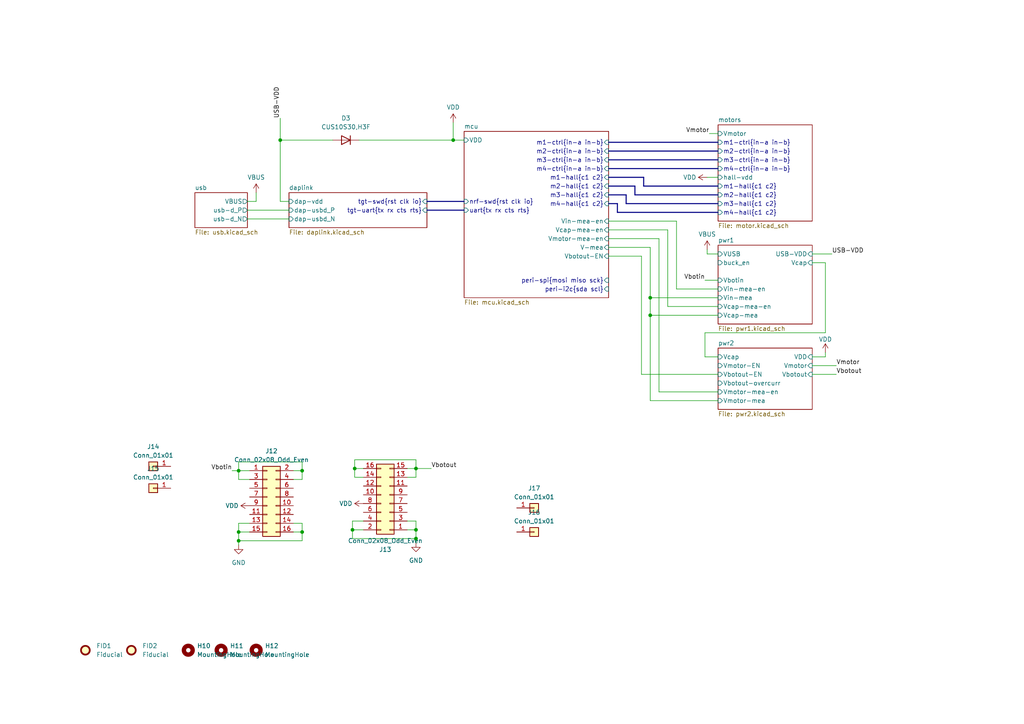
<source format=kicad_sch>
(kicad_sch (version 20230121) (generator eeschema)
  (paper "A4")
  (lib_symbols
    (symbol "Connector_Generic:Conn_01x01" (pin_names (offset 1.016) hide)
      (property "Reference" "J" (at 0 2.54 0))
      (property "Value" "Conn_01x01" (at 0 -2.54 0))
      (symbol "Conn_01x01_1_1"
        (rectangle (start -1.27 0.127) (end 0 -0.127) (stroke (width 0.1524)))
        (rectangle (start -1.27 1.27) (end 1.27 -1.27) (stroke (width 0.254)) (fill (type background)))
        (pin passive line (at -5.08 0 0) (length 3.81) (name "Pin_1") (number "1"))
      )
    )
    (symbol "Connector_Generic:Conn_02x08_Odd_Even" (pin_names (offset 1.016) hide)
      (property "Reference" "J" (at 1.27 10.16 0))
      (property "Value" "Conn_02x08_Odd_Even" (at 1.27 -12.7 0))
      (symbol "Conn_02x08_Odd_Even_1_1"
        (rectangle (start -1.27 -10.033) (end 0 -10.287) (stroke (width 0.1524)))
        (rectangle (start -1.27 -7.493) (end 0 -7.747) (stroke (width 0.1524)))
        (rectangle (start -1.27 -4.953) (end 0 -5.207) (stroke (width 0.1524)))
        (rectangle (start -1.27 -2.413) (end 0 -2.667) (stroke (width 0.1524)))
        (rectangle (start -1.27 0.127) (end 0 -0.127) (stroke (width 0.1524)))
        (rectangle (start -1.27 2.667) (end 0 2.413) (stroke (width 0.1524)))
        (rectangle (start -1.27 5.207) (end 0 4.953) (stroke (width 0.1524)))
        (rectangle (start -1.27 7.747) (end 0 7.493) (stroke (width 0.1524)))
        (rectangle (start -1.27 8.89) (end 3.81 -11.43) (stroke (width 0.254)) (fill (type background)))
        (rectangle (start 3.81 -10.033) (end 2.54 -10.287) (stroke (width 0.1524)))
        (rectangle (start 3.81 -7.493) (end 2.54 -7.747) (stroke (width 0.1524)))
        (rectangle (start 3.81 -4.953) (end 2.54 -5.207) (stroke (width 0.1524)))
        (rectangle (start 3.81 -2.413) (end 2.54 -2.667) (stroke (width 0.1524)))
        (rectangle (start 3.81 0.127) (end 2.54 -0.127) (stroke (width 0.1524)))
        (rectangle (start 3.81 2.667) (end 2.54 2.413) (stroke (width 0.1524)))
        (rectangle (start 3.81 5.207) (end 2.54 4.953) (stroke (width 0.1524)))
        (rectangle (start 3.81 7.747) (end 2.54 7.493) (stroke (width 0.1524)))
        (pin passive line (at -5.08 7.62 0) (length 3.81) (name "Pin_1") (number "1"))
        (pin passive line (at 7.62 -2.54 180) (length 3.81) (name "Pin_10") (number "10"))
        (pin passive line (at -5.08 -5.08 0) (length 3.81) (name "Pin_11") (number "11"))
        (pin passive line (at 7.62 -5.08 180) (length 3.81) (name "Pin_12") (number "12"))
        (pin passive line (at -5.08 -7.62 0) (length 3.81) (name "Pin_13") (number "13"))
        (pin passive line (at 7.62 -7.62 180) (length 3.81) (name "Pin_14") (number "14"))
        (pin passive line (at -5.08 -10.16 0) (length 3.81) (name "Pin_15") (number "15"))
        (pin passive line (at 7.62 -10.16 180) (length 3.81) (name "Pin_16") (number "16"))
        (pin passive line (at 7.62 7.62 180) (length 3.81) (name "Pin_2") (number "2"))
        (pin passive line (at -5.08 5.08 0) (length 3.81) (name "Pin_3") (number "3"))
        (pin passive line (at 7.62 5.08 180) (length 3.81) (name "Pin_4") (number "4"))
        (pin passive line (at -5.08 2.54 0) (length 3.81) (name "Pin_5") (number "5"))
        (pin passive line (at 7.62 2.54 180) (length 3.81) (name "Pin_6") (number "6"))
        (pin passive line (at -5.08 0 0) (length 3.81) (name "Pin_7") (number "7"))
        (pin passive line (at 7.62 0 180) (length 3.81) (name "Pin_8") (number "8"))
        (pin passive line (at -5.08 -2.54 0) (length 3.81) (name "Pin_9") (number "9"))
      )
    )
    (symbol "Diode:1N4148WS" (pin_numbers hide) (pin_names hide)
      (property "Reference" "D" (at 0 2.54 0))
      (property "Value" "1N4148WS" (at 0 -2.54 0))
      (symbol "1N4148WS_0_1"
        (polyline (pts (xy -1.27 1.27) (xy -1.27 -1.27)) (stroke (width 0.254)))
        (polyline (pts (xy 1.27 0) (xy -1.27 0)))
        (polyline (pts (xy 1.27 1.27) (xy 1.27 -1.27) (xy -1.27 0) (xy 1.27 1.27)) (stroke (width 0.254)))
      )
      (symbol "1N4148WS_1_1"
        (pin passive line (at -3.81 0 0) (length 2.54) (name "K") (number "1"))
        (pin passive line (at 3.81 0 180) (length 2.54) (name "A") (number "2"))
      )
    )
    (symbol "Mechanical:Fiducial"
      (property "Reference" "FID" (at 0 5.08 0))
      (property "Value" "Fiducial" (at 0 3.175 0))
      (symbol "Fiducial_0_1"
        (circle (center 0 0) (radius 1.27) (stroke (width 0.508)) (fill (type background)))
      )
    )
    (symbol "Mechanical:MountingHole" (pin_names (offset 1.016))
      (property "Reference" "H" (at 0 5.08 0))
      (property "Value" "MountingHole" (at 0 3.175 0))
      (symbol "MountingHole_0_1"
        (circle (center 0 0) (radius 1.27) (stroke (width 1.27)))
      )
    )
    (symbol "power:GND" (power) (pin_names (offset 0))
      (property "Value" "GND" (at 0 -3.81 0))
      (symbol "GND_0_1"
        (polyline (pts (xy 0 0) (xy 0 -1.27) (xy 1.27 -1.27) (xy 0 -2.54) (xy -1.27 -1.27) (xy 0 -1.27)))
      )
      (symbol "GND_1_1"
        (pin power_in line (at 0 0 270) (length 0) hide (name "GND") (number "1"))
      )
    )
    (symbol "power:VBUS" (power) (pin_names (offset 0))
      (property "Value" "VBUS" (at 0 3.81 0))
      (symbol "VBUS_0_1"
        (polyline (pts (xy -0.762 1.27) (xy 0 2.54)))
        (polyline (pts (xy 0 0) (xy 0 2.54)))
        (polyline (pts (xy 0 2.54) (xy 0.762 1.27)))
      )
      (symbol "VBUS_1_1"
        (pin power_in line (at 0 0 90) (length 0) hide (name "VBUS") (number "1"))
      )
    )
    (symbol "power:VDD" (power) (pin_names (offset 0))
      (property "Value" "VDD" (at 0 3.81 0))
      (symbol "VDD_0_1"
        (polyline (pts (xy -0.762 1.27) (xy 0 2.54)))
        (polyline (pts (xy 0 0) (xy 0 2.54)))
        (polyline (pts (xy 0 2.54) (xy 0.762 1.27)))
      )
      (symbol "VDD_1_1"
        (pin power_in line (at 0 0 90) (length 0) hide (name "VDD") (number "1"))
      )
    )
  )
  (junction (at 188.595 86.36))
  (junction (at 87.63 154.305))
  (junction (at 87.63 136.525))
  (junction (at 102.87 135.89))
  (junction (at 131.445 40.64))
  (junction (at 69.215 136.525))
  (junction (at 120.65 156.21))
  (junction (at 81.28 40.64))
  (junction (at 102.235 153.67))
  (junction (at 69.215 154.305))
  (junction (at 188.595 91.44))
  (junction (at 120.65 135.89))
  (junction (at 120.65 153.67))
  (junction (at 69.215 156.845))
  (wire (pts (xy 188.595 116.205) (xy 188.595 91.44)))
  (bus (pts (xy 176.53 53.975) (xy 184.15 53.975)))
  (wire (pts (xy 69.215 133.985) (xy 69.215 136.525)))
  (wire (pts (xy 118.11 153.67) (xy 120.65 153.67)))
  (wire (pts (xy 208.28 51.435) (xy 205.105 51.435)))
  (wire (pts (xy 176.53 74.295) (xy 186.055 74.295)))
  (wire (pts (xy 134.62 40.64) (xy 131.445 40.64)))
  (wire (pts (xy 120.65 138.43) (xy 120.65 135.89)))
  (wire (pts (xy 69.215 154.305) (xy 69.215 156.845)))
  (wire (pts (xy 81.28 40.64) (xy 96.52 40.64)))
  (wire (pts (xy 102.87 135.89) (xy 102.87 133.35)))
  (wire (pts (xy 186.055 108.585) (xy 208.28 108.585)))
  (bus (pts (xy 179.07 61.595) (xy 208.28 61.595)))
  (wire (pts (xy 196.215 83.82) (xy 208.28 83.82)))
  (wire (pts (xy 102.235 153.67) (xy 105.41 153.67)))
  (wire (pts (xy 188.595 86.36) (xy 208.28 86.36)))
  (wire (pts (xy 208.28 116.205) (xy 188.595 116.205)))
  (wire (pts (xy 196.215 64.135) (xy 196.215 83.82)))
  (wire (pts (xy 85.09 151.765) (xy 87.63 151.765)))
  (wire (pts (xy 102.235 153.67) (xy 102.235 156.21)))
  (bus (pts (xy 186.69 53.975) (xy 208.28 53.975)))
  (wire (pts (xy 204.47 103.505) (xy 208.28 103.505)))
  (bus (pts (xy 176.53 56.515) (xy 181.61 56.515)))
  (bus (pts (xy 176.53 51.435) (xy 186.69 51.435)))
  (wire (pts (xy 120.65 133.35) (xy 120.65 135.89)))
  (bus (pts (xy 176.53 41.275) (xy 208.28 41.275)))
  (bus (pts (xy 123.825 60.96) (xy 134.62 60.96)))
  (wire (pts (xy 239.395 103.505) (xy 235.585 103.505)))
  (wire (pts (xy 239.395 96.52) (xy 204.47 96.52)))
  (wire (pts (xy 176.53 71.755) (xy 188.595 71.755)))
  (wire (pts (xy 188.595 71.755) (xy 188.595 86.36)))
  (wire (pts (xy 81.28 40.64) (xy 81.28 58.42)))
  (wire (pts (xy 120.65 153.67) (xy 120.65 156.21)))
  (wire (pts (xy 102.87 133.35) (xy 120.65 133.35)))
  (wire (pts (xy 239.395 102.235) (xy 239.395 103.505)))
  (wire (pts (xy 204.47 96.52) (xy 204.47 103.505)))
  (wire (pts (xy 69.215 139.065) (xy 69.215 136.525)))
  (wire (pts (xy 85.09 136.525) (xy 87.63 136.525)))
  (wire (pts (xy 87.63 151.765) (xy 87.63 154.305)))
  (wire (pts (xy 208.28 91.44) (xy 188.595 91.44)))
  (wire (pts (xy 74.295 55.88) (xy 74.295 58.42)))
  (wire (pts (xy 72.39 151.765) (xy 69.215 151.765)))
  (wire (pts (xy 193.675 66.675) (xy 193.675 88.9)))
  (wire (pts (xy 208.28 73.66) (xy 205.105 73.66)))
  (wire (pts (xy 118.11 138.43) (xy 120.65 138.43)))
  (wire (pts (xy 120.65 135.89) (xy 125.095 135.89)))
  (wire (pts (xy 235.585 73.66) (xy 241.3 73.66)))
  (wire (pts (xy 120.65 151.13) (xy 120.65 153.67)))
  (wire (pts (xy 176.53 66.675) (xy 193.675 66.675)))
  (wire (pts (xy 87.63 133.985) (xy 69.215 133.985)))
  (wire (pts (xy 235.585 106.045) (xy 242.57 106.045)))
  (wire (pts (xy 69.215 136.525) (xy 67.31 136.525)))
  (wire (pts (xy 176.53 69.215) (xy 191.135 69.215)))
  (wire (pts (xy 102.87 138.43) (xy 102.87 135.89)))
  (wire (pts (xy 120.65 156.21) (xy 120.65 157.48)))
  (wire (pts (xy 85.09 154.305) (xy 87.63 154.305)))
  (wire (pts (xy 188.595 91.44) (xy 188.595 86.36)))
  (wire (pts (xy 71.755 63.5) (xy 83.82 63.5)))
  (wire (pts (xy 87.63 156.845) (xy 69.215 156.845)))
  (wire (pts (xy 69.215 136.525) (xy 72.39 136.525)))
  (wire (pts (xy 105.41 151.13) (xy 102.235 151.13)))
  (wire (pts (xy 69.215 156.845) (xy 69.215 158.115)))
  (wire (pts (xy 120.65 156.21) (xy 102.235 156.21)))
  (wire (pts (xy 118.11 135.89) (xy 120.65 135.89)))
  (bus (pts (xy 186.69 51.435) (xy 186.69 53.975)))
  (wire (pts (xy 104.14 40.64) (xy 131.445 40.64)))
  (wire (pts (xy 131.445 35.56) (xy 131.445 40.64)))
  (wire (pts (xy 69.215 154.305) (xy 72.39 154.305)))
  (bus (pts (xy 176.53 46.355) (xy 208.28 46.355)))
  (wire (pts (xy 176.53 64.135) (xy 196.215 64.135)))
  (wire (pts (xy 105.41 135.89) (xy 102.87 135.89)))
  (wire (pts (xy 87.63 154.305) (xy 87.63 156.845)))
  (bus (pts (xy 176.53 48.895) (xy 208.28 48.895)))
  (wire (pts (xy 205.74 38.735) (xy 208.28 38.735)))
  (bus (pts (xy 181.61 59.055) (xy 208.28 59.055)))
  (wire (pts (xy 71.755 60.96) (xy 83.82 60.96)))
  (wire (pts (xy 72.39 139.065) (xy 69.215 139.065)))
  (bus (pts (xy 184.15 53.975) (xy 184.15 56.515)))
  (bus (pts (xy 184.15 56.515) (xy 208.28 56.515)))
  (wire (pts (xy 235.585 76.2) (xy 239.395 76.2)))
  (wire (pts (xy 186.055 74.295) (xy 186.055 108.585)))
  (wire (pts (xy 235.585 108.585) (xy 242.57 108.585)))
  (wire (pts (xy 239.395 76.2) (xy 239.395 96.52)))
  (wire (pts (xy 81.28 58.42) (xy 83.82 58.42)))
  (wire (pts (xy 208.28 81.28) (xy 204.47 81.28)))
  (wire (pts (xy 102.235 151.13) (xy 102.235 153.67)))
  (bus (pts (xy 123.825 58.42) (xy 134.62 58.42)))
  (wire (pts (xy 71.755 58.42) (xy 74.295 58.42)))
  (wire (pts (xy 105.41 138.43) (xy 102.87 138.43)))
  (wire (pts (xy 87.63 136.525) (xy 87.63 133.985)))
  (wire (pts (xy 191.135 113.665) (xy 208.28 113.665)))
  (wire (pts (xy 87.63 139.065) (xy 87.63 136.525)))
  (bus (pts (xy 176.53 59.055) (xy 179.07 59.055)))
  (wire (pts (xy 205.105 72.39) (xy 205.105 73.66)))
  (wire (pts (xy 118.11 151.13) (xy 120.65 151.13)))
  (wire (pts (xy 193.675 88.9) (xy 208.28 88.9)))
  (wire (pts (xy 85.09 139.065) (xy 87.63 139.065)))
  (bus (pts (xy 176.53 43.815) (xy 208.28 43.815)))
  (bus (pts (xy 179.07 59.055) (xy 179.07 61.595)))
  (wire (pts (xy 81.28 34.29) (xy 81.28 40.64)))
  (wire (pts (xy 69.215 151.765) (xy 69.215 154.305)))
  (bus (pts (xy 181.61 56.515) (xy 181.61 59.055)))
  (wire (pts (xy 191.135 69.215) (xy 191.135 113.665)))
  (label "USB-VDD" (at 81.28 34.29 90))
  (label "USB-VDD" (at 241.3 73.66 0))
  (label "Vmotor" (at 205.74 38.735 180))
  (label "Vbotin" (at 204.47 81.28 180))
  (label "Vbotin" (at 67.31 136.525 180))
  (label "Vbotout" (at 125.095 135.89 0))
  (label "Vmotor" (at 242.57 106.045 0))
  (label "Vbotout" (at 242.57 108.585 0))
  (symbol (lib_id "Mechanical:MountingHole") (at 74.295 188.595 0) (unit 1)
    (property "Reference" "H12" (at 76.835 187.325 0) (effects (justify left)))
    (property "Value" "MountingHole" (at 76.835 189.865 0) (effects (justify left)))
    (property "Footprint" "MountingHole:MountingHole_3.2mm_M3_ISO14580" (effects hide))
  )
  (symbol (lib_id "Connector_Generic:Conn_01x01") (at 154.94 154.305 0) (mirror x) (unit 1)
    (property "Reference" "J16" (at 154.94 148.59 0))
    (property "Value" "Conn_01x01" (at 154.94 151.13 0))
    (property "Footprint" "Fan-Connectors:M3-side-terminal-DZ-43" (effects hide))
  )
  (symbol (lib_id "Mechanical:Fiducial") (at 24.765 188.595 0) (unit 1)
    (property "Reference" "FID1" (at 27.94 187.325 0) (effects (justify left)))
    (property "Value" "Fiducial" (at 27.94 189.865 0) (effects (justify left)))
    (property "Footprint" "Fiducial:Fiducial_1mm_Mask2mm" (effects hide))
  )
  (symbol (lib_id "Connector_Generic:Conn_01x01") (at 44.45 141.605 180) (unit 1)
    (property "Reference" "J15" (at 44.45 135.89 0))
    (property "Value" "Conn_01x01" (at 44.45 138.43 0))
    (property "Footprint" "Fan-Connectors:M3-side-terminal-DZ-43" (effects hide))
  )
  (symbol (lib_id "Diode:1N4148WS") (at 100.33 40.64 180) (unit 1)
    (property "Reference" "D3" (at 100.33 34.29 0))
    (property "Value" "CUS10S30,H3F" (at 100.33 36.83 0))
    (property "Footprint" "Diode_SMD:D_SOD-323" (effects hide))
    (property "Datasheet" "https://www.vishay.com/docs/85751/1n4148ws.pdf" (effects hide))
    (property "Sim.Device" "D" (effects hide))
    (property "Sim.Pins" "1=K 2=A" (effects hide))
  )
  (symbol (lib_id "Connector_Generic:Conn_01x01") (at 154.94 147.32 0) (mirror x) (unit 1)
    (property "Reference" "J17" (at 154.94 141.605 0))
    (property "Value" "Conn_01x01" (at 154.94 144.145 0))
    (property "Footprint" "Fan-Connectors:M3-side-terminal-DZ-32" (effects hide))
  )
  (symbol (lib_id "Connector_Generic:Conn_02x08_Odd_Even") (at 113.03 146.05 180) (unit 1)
    (property "Reference" "J13" (at 111.76 159.385 0))
    (property "Value" "Conn_02x08_Odd_Even" (at 111.76 156.845 0))
    (property "Footprint" "Connector_PinHeader_2.54mm:PinHeader_2x08_P2.54mm_Horizontal" (effects hide))
  )
  (symbol (lib_id "Mechanical:MountingHole") (at 54.61 188.595 0) (unit 1)
    (property "Reference" "H10" (at 57.15 187.325 0) (effects (justify left)))
    (property "Value" "MountingHole" (at 57.15 189.865 0) (effects (justify left)))
    (property "Footprint" "MountingHole:MountingHole_3.2mm_M3_ISO14580" (effects hide))
  )
  (symbol (lib_id "power:VDD") (at 72.39 146.685 90) (unit 1)
    (property "Reference" "#PWR0107" (effects hide))
    (property "Value" "VDD" (at 69.215 146.685 90) (effects (justify left)))
  )
  (symbol (lib_id "power:VDD") (at 205.105 51.435 90) (unit 1)
    (property "Reference" "#PWR076" (effects hide))
    (property "Value" "VDD" (at 198.12 51.435 90) (effects (justify right)))
  )
  (symbol (lib_id "power:VDD") (at 131.445 35.56 0) (unit 1)
    (property "Reference" "#PWR075" (effects hide))
    (property "Value" "VDD" (at 131.445 31.115 0))
  )
  (symbol (lib_id "Connector_Generic:Conn_02x08_Odd_Even") (at 77.47 144.145 0) (unit 1)
    (property "Reference" "J12" (at 78.74 130.81 0))
    (property "Value" "Conn_02x08_Odd_Even" (at 78.74 133.35 0))
    (property "Footprint" "Connector_PinHeader_2.54mm:PinHeader_2x08_P2.54mm_Horizontal" (effects hide))
  )
  (symbol (lib_id "power:GND") (at 69.215 158.115 0) (unit 1)
    (property "Reference" "#PWR0105" (effects hide))
    (property "Value" "GND" (at 69.215 163.195 0))
  )
  (symbol (lib_id "power:VBUS") (at 205.105 72.39 0) (unit 1)
    (property "Reference" "#PWR077" (effects hide))
    (property "Value" "VBUS" (at 205.105 67.945 0))
  )
  (symbol (lib_id "power:VBUS") (at 74.295 55.88 0) (unit 1)
    (property "Reference" "#PWR074" (effects hide))
    (property "Value" "VBUS" (at 74.295 51.435 0))
  )
  (symbol (lib_id "Connector_Generic:Conn_01x01") (at 44.45 135.255 180) (unit 1)
    (property "Reference" "J14" (at 44.45 129.54 0))
    (property "Value" "Conn_01x01" (at 44.45 132.08 0))
    (property "Footprint" "Fan-Connectors:M3-side-terminal-DZ-32" (effects hide))
  )
  (symbol (lib_id "power:VDD") (at 239.395 102.235 0) (unit 1)
    (property "Reference" "#PWR042" (effects hide))
    (property "Value" "VDD" (at 239.395 98.425 0))
  )
  (symbol (lib_id "Mechanical:Fiducial") (at 38.1 188.595 0) (unit 1)
    (property "Reference" "FID2" (at 41.275 187.325 0) (effects (justify left)))
    (property "Value" "Fiducial" (at 41.275 189.865 0) (effects (justify left)))
    (property "Footprint" "Fiducial:Fiducial_1mm_Mask2mm" (effects hide))
  )
  (symbol (lib_id "power:VDD") (at 105.41 146.05 90) (unit 1)
    (property "Reference" "#PWR072" (effects hide))
    (property "Value" "VDD" (at 102.235 146.05 90) (effects (justify left)))
  )
  (symbol (lib_id "Mechanical:MountingHole") (at 64.135 188.595 0) (unit 1)
    (property "Reference" "H11" (at 66.675 187.325 0) (effects (justify left)))
    (property "Value" "MountingHole" (at 66.675 189.865 0) (effects (justify left)))
    (property "Footprint" "MountingHole:MountingHole_3.2mm_M3_ISO14580" (effects hide))
  )
  (symbol (lib_id "power:GND") (at 120.65 157.48 0) (unit 1)
    (property "Reference" "#PWR0106" (effects hide))
    (property "Value" "GND" (at 120.65 162.56 0))
  )
  (sheet (at 134.62 38.1) (size 41.91 48.26) (stroke (width 0.1524))
    (property "Sheetname" "mcu" (at 134.62 37.3884 0) (effects (justify left bottom)))
    (property "Sheetfile" "mcu.kicad_sch" (at 134.62 86.9446 0) (effects (justify left top)))
    (pin "VDD" input (at 134.62 40.64 180))
    (pin "nrf-swd{rst clk io}" input (at 134.62 58.42 180))
    (pin "uart{tx rx cts rts}" input (at 134.62 60.96 180))
    (pin "m2-ctrl{in-a in-b}" input (at 176.53 43.815 0))
    (pin "m3-ctrl{in-a in-b}" input (at 176.53 46.355 0))
    (pin "m1-ctrl{in-a in-b}" input (at 176.53 41.275 0))
    (pin "m4-ctrl{in-a in-b}" input (at 176.53 48.895 0))
    (pin "m1-hall{c1 c2}" input (at 176.53 51.435 0))
    (pin "m3-hall{c1 c2}" input (at 176.53 56.515 0))
    (pin "m2-hall{c1 c2}" input (at 176.53 53.975 0))
    (pin "m4-hall{c1 c2}" input (at 176.53 59.055 0))
    (pin "Vin-mea-en" input (at 176.53 64.135 0))
    (pin "Vcap-mea-en" input (at 176.53 66.675 0))
    (pin "V-mea" input (at 176.53 71.755 0))
    (pin "peri-spi{mosi miso sck}" input (at 176.53 81.28 0))
    (pin "peri-i2c{sda scl}" input (at 176.53 83.82 0))
    (pin "Vbotout-EN" input (at 176.53 74.295 0))
    (pin "Vmotor-mea-en" input (at 176.53 69.215 0))
  )
  (sheet (at 56.515 55.88) (size 15.24 10.16) (stroke (width 0.1524))
    (property "Sheetname" "usb" (at 56.515 55.1684 0) (effects (justify left bottom)))
    (property "Sheetfile" "usb.kicad_sch" (at 56.515 66.6246 0) (effects (justify left top)))
    (pin "usb-d_N" output (at 71.755 63.5 0))
    (pin "usb-d_P" output (at 71.755 60.96 0))
    (pin "VBUS" output (at 71.755 58.42 0))
  )
  (sheet (at 208.28 71.12) (size 27.305 22.86) (stroke (width 0.1524))
    (property "Sheetname" "pwr1" (at 208.28 70.4084 0) (effects (justify left bottom)))
    (property "Sheetfile" "pwr1.kicad_sch" (at 208.28 94.5646 0) (effects (justify left top)))
    (pin "VUSB" input (at 208.28 73.66 180))
    (pin "buck_en" input (at 208.28 76.2 180))
    (pin "Vbotin" input (at 208.28 81.28 180))
    (pin "USB-VDD" input (at 235.585 73.66 0))
    (pin "Vcap" input (at 235.585 76.2 0))
    (pin "Vin-mea-en" input (at 208.28 83.82 180))
    (pin "Vin-mea" input (at 208.28 86.36 180))
    (pin "Vcap-mea" input (at 208.28 91.44 180))
    (pin "Vcap-mea-en" input (at 208.28 88.9 180))
  )
  (sheet (at 83.82 55.88) (size 40.005 10.16) (stroke (width 0.1524))
    (property "Sheetname" "daplink" (at 83.82 55.1684 0) (effects (justify left bottom)))
    (property "Sheetfile" "daplink.kicad_sch" (at 83.82 66.6246 0) (effects (justify left top)))
    (pin "dap-vdd" input (at 83.82 58.42 180))
    (pin "dap-usbd_N" input (at 83.82 63.5 180))
    (pin "dap-usbd_P" input (at 83.82 60.96 180))
    (pin "tgt-swd{rst clk io}" input (at 123.825 58.42 0))
    (pin "tgt-uart{tx rx cts rts}" input (at 123.825 60.96 0))
  )
  (sheet (at 208.28 100.965) (size 27.305 17.78) (stroke (width 0.1524))
    (property "Sheetname" "pwr2" (at 208.28 100.2534 0) (effects (justify left bottom)))
    (property "Sheetfile" "pwr2.kicad_sch" (at 208.28 119.3296 0) (effects (justify left top)))
    (pin "Vcap" input (at 208.28 103.505 180))
    (pin "Vmotor-EN" input (at 208.28 106.045 180))
    (pin "VDD" input (at 235.585 103.505 0))
    (pin "Vmotor" input (at 235.585 106.045 0))
    (pin "Vbotout-overcurr" input (at 208.28 111.125 180))
    (pin "Vbotout" input (at 235.585 108.585 0))
    (pin "Vbotout-EN" input (at 208.28 108.585 180))
    (pin "Vmotor-mea" input (at 208.28 116.205 180))
    (pin "Vmotor-mea-en" input (at 208.28 113.665 180))
  )
  (sheet (at 208.28 36.195) (size 27.305 27.94) (stroke (width 0.1524))
    (property "Sheetname" "motors" (at 208.28 35.4834 0) (effects (justify left bottom)))
    (property "Sheetfile" "motor.kicad_sch" (at 208.28 64.7196 0) (effects (justify left top)))
    (pin "m1-ctrl{in-a in-b}" input (at 208.28 41.275 180))
    (pin "m3-ctrl{in-a in-b}" input (at 208.28 46.355 180))
    (pin "m2-ctrl{in-a in-b}" input (at 208.28 43.815 180))
    (pin "m4-ctrl{in-a in-b}" input (at 208.28 48.895 180))
    (pin "Vmotor" input (at 208.28 38.735 180))
    (pin "hall-vdd" input (at 208.28 51.435 180))
    (pin "m2-hall{c1 c2}" input (at 208.28 56.515 180))
    (pin "m4-hall{c1 c2}" input (at 208.28 61.595 180))
    (pin "m1-hall{c1 c2}" input (at 208.28 53.975 180))
    (pin "m3-hall{c1 c2}" input (at 208.28 59.055 180))
  )
)
</source>
